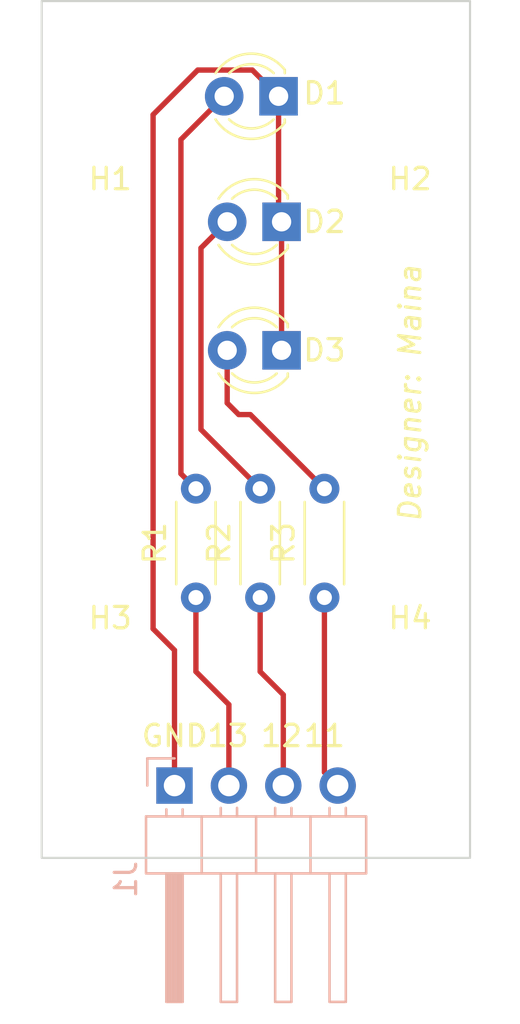
<source format=kicad_pcb>
(kicad_pcb (version 20211014) (generator pcbnew)
  (layers (0 "F.Cu" signal) (31 "B.Cu" signal) (34 "B.Paste" user) (35 "F.Paste" user) (36 "B.SilkS" user "B.Silkscreen") (37 "F.SilkS" user "F.Silkscreen") (38 "B.Mask" user) (39 "F.Mask" user) (44 "Edge.Cuts" user))
  (net 0 "")
  (net 1 "Net-(D1-Pad1)")
  (net 2 "Net-(D1-Pad2)")
  (net 3 "Net-(D2-Pad2)")
  (net 4 "Net-(D3-Pad2)")
  (net 5 "Net-(J1-Pad2)")
  (net 6 "Net-(J1-Pad3)")
  (net 7 "Net-(J1-Pad4)")
  (footprint "Resistor_THT:R_Axial_DIN0204_L3.6mm_D1.6mm_P5.08mm_Horizontal" (layer "F.Cu") (at 145 99.54 90)
    (fp_text reference "R2" (at 2.54 -1.92 90) (layer "F.SilkS"))
    (fp_text value "R")
    (fp_line (start 0.62 -0.92) (end 4.46 -0.92) (layer "F.SilkS") (width 0.12))
    (fp_line (start 0.62 0.92) (end 4.46 0.92) (layer "F.SilkS") (width 0.12))
    (pad "1" thru_hole circle (at 0 0 90) (size 1.4 1.4) (drill 0.7) (layers *.Cu *.Mask) (net 6 "Net-(J1-Pad3)"))
    (pad "2" thru_hole oval (at 5.08 0 90) (size 1.4 1.4) (drill 0.7) (layers *.Cu *.Mask) (net 3 "Net-(D2-Pad2)"))
  )
  (footprint "LED_THT:LED_D3.0mm" (layer "F.Cu") (at 146 88 180)
    (fp_text reference "D3" (at -2 0) (layer "F.SilkS"))
    (fp_text value "LED")
    (fp_line (start -0.29 1.08) (end -0.29 1.236) (layer "F.SilkS") (width 0.12))
    (fp_line (start -0.29 -1.236) (end -0.29 -1.08) (layer "F.SilkS") (width 0.12))
    (fp_arc (start -0.29 -1.235516) (mid 1.366487 -1.987659) (end 2.942335 -1.078608) (layer "F.SilkS") (width 0.12))
    (fp_arc (start 0.229039 -1.08) (mid 1.270117 -1.5) (end 2.31113 -1.079837) (layer "F.SilkS") (width 0.12))
    (fp_arc (start 2.942335 1.078608) (mid 1.366487 1.987659) (end -0.29 1.235516) (layer "F.SilkS") (width 0.12))
    (fp_arc (start 2.31113 1.079837) (mid 1.270117 1.5) (end 0.229039 1.08) (layer "F.SilkS") (width 0.12))
    (pad "1" thru_hole rect (at 0 0 180) (size 1.8 1.8) (drill 0.9) (layers *.Cu *.Mask) (net 1 "Net-(D1-Pad1)"))
    (pad "2" thru_hole circle (at 2.54 0 180) (size 1.8 1.8) (drill 0.9) (layers *.Cu *.Mask) (net 4 "Net-(D3-Pad2)"))
  )
  (footprint "Resistor_THT:R_Axial_DIN0204_L3.6mm_D1.6mm_P5.08mm_Horizontal" (layer "F.Cu") (at 142 99.54 90)
    (fp_text reference "R1" (at 2.54 -1.92 90) (layer "F.SilkS"))
    (fp_text value "R")
    (fp_line (start 0.62 0.92) (end 4.46 0.92) (layer "F.SilkS") (width 0.12))
    (fp_line (start 0.62 -0.92) (end 4.46 -0.92) (layer "F.SilkS") (width 0.12))
    (pad "1" thru_hole circle (at 0 0 90) (size 1.4 1.4) (drill 0.7) (layers *.Cu *.Mask) (net 5 "Net-(J1-Pad2)"))
    (pad "2" thru_hole oval (at 5.08 0 90) (size 1.4 1.4) (drill 0.7) (layers *.Cu *.Mask) (net 2 "Net-(D1-Pad2)"))
  )
  (footprint "MountingHole:MountingHole_2.5mm" (layer "F.Cu") (at 152 75)
    (fp_text reference "H2" (at 0 5) (layer "F.SilkS"))
    (fp_text value "MountingHole")
    (pad "" np_thru_hole circle (at 0 0) (size 2.5 2.5) (drill 2.5) (layers *.Cu *.Mask))
  )
  (footprint "LED_THT:LED_D3.0mm" (layer "F.Cu") (at 145.86 76.14 180)
    (fp_text reference "D1" (at -2.14 0.14) (layer "F.SilkS"))
    (fp_text value "LED")
    (fp_line (start -0.29 -1.236) (end -0.29 -1.08) (layer "F.SilkS") (width 0.12))
    (fp_line (start -0.29 1.08) (end -0.29 1.236) (layer "F.SilkS") (width 0.12))
    (fp_arc (start 0.229039 -1.08) (mid 1.270117 -1.5) (end 2.31113 -1.079837) (layer "F.SilkS") (width 0.12))
    (fp_arc (start 2.942335 1.078608) (mid 1.366487 1.987659) (end -0.29 1.235516) (layer "F.SilkS") (width 0.12))
    (fp_arc (start -0.29 -1.235516) (mid 1.366487 -1.987659) (end 2.942335 -1.078608) (layer "F.SilkS") (width 0.12))
    (fp_arc (start 2.31113 1.079837) (mid 1.270117 1.5) (end 0.229039 1.08) (layer "F.SilkS") (width 0.12))
    (pad "1" thru_hole rect (at 0 0 180) (size 1.8 1.8) (drill 0.9) (layers *.Cu *.Mask) (net 1 "Net-(D1-Pad1)"))
    (pad "2" thru_hole circle (at 2.54 0 180) (size 1.8 1.8) (drill 0.9) (layers *.Cu *.Mask) (net 2 "Net-(D1-Pad2)"))
  )
  (footprint "MountingHole:MountingHole_2.5mm" (layer "F.Cu") (at 138 104)
    (fp_text reference "H3" (at 0 -3.5) (layer "F.SilkS"))
    (fp_text value "MountingHole")
    (pad "" np_thru_hole circle (at 0 0) (size 2.5 2.5) (drill 2.5) (layers *.Cu *.Mask))
  )
  (footprint "MountingHole:MountingHole_2.5mm" (layer "F.Cu") (at 152 104)
    (fp_text reference "H4" (at 0 -3.5) (layer "F.SilkS"))
    (fp_text value "MountingHole")
    (pad "" np_thru_hole circle (at 0 0) (size 2.5 2.5) (drill 2.5) (layers *.Cu *.Mask))
  )
  (footprint "MountingHole:MountingHole_2.5mm" (layer "F.Cu") (at 138 75)
    (fp_text reference "H1" (at 0 5) (layer "F.SilkS"))
    (fp_text value "MountingHole")
    (pad "" np_thru_hole circle (at 0 0) (size 2.5 2.5) (drill 2.5) (layers *.Cu *.Mask))
  )
  (footprint "Resistor_THT:R_Axial_DIN0204_L3.6mm_D1.6mm_P5.08mm_Horizontal" (layer "F.Cu") (at 148 99.54 90)
    (fp_text reference "R3" (at 2.54 -1.92 90) (layer "F.SilkS"))
    (fp_text value "R")
    (fp_line (start 0.62 0.92) (end 4.46 0.92) (layer "F.SilkS") (width 0.12))
    (fp_line (start 0.62 -0.92) (end 4.46 -0.92) (layer "F.SilkS") (width 0.12))
    (pad "1" thru_hole circle (at 0 0 90) (size 1.4 1.4) (drill 0.7) (layers *.Cu *.Mask) (net 7 "Net-(J1-Pad4)"))
    (pad "2" thru_hole oval (at 5.08 0 90) (size 1.4 1.4) (drill 0.7) (layers *.Cu *.Mask) (net 4 "Net-(D3-Pad2)"))
  )
  (footprint "LED_THT:LED_D3.0mm" (layer "F.Cu") (at 146 82 180)
    (fp_text reference "D2" (at -2 0) (layer "F.SilkS"))
    (fp_text value "LED")
    (fp_line (start -0.29 -1.236) (end -0.29 -1.08) (layer "F.SilkS") (width 0.12))
    (fp_line (start -0.29 1.08) (end -0.29 1.236) (layer "F.SilkS") (width 0.12))
    (fp_arc (start 2.942335 1.078608) (mid 1.366487 1.987659) (end -0.29 1.235516) (layer "F.SilkS") (width 0.12))
    (fp_arc (start -0.29 -1.235516) (mid 1.366487 -1.987659) (end 2.942335 -1.078608) (layer "F.SilkS") (width 0.12))
    (fp_arc (start 0.229039 -1.08) (mid 1.270117 -1.5) (end 2.31113 -1.079837) (layer "F.SilkS") (width 0.12))
    (fp_arc (start 2.31113 1.079837) (mid 1.270117 1.5) (end 0.229039 1.08) (layer "F.SilkS") (width 0.12))
    (pad "1" thru_hole rect (at 0 0 180) (size 1.8 1.8) (drill 0.9) (layers *.Cu *.Mask) (net 1 "Net-(D1-Pad1)"))
    (pad "2" thru_hole circle (at 2.54 0 180) (size 1.8 1.8) (drill 0.9) (layers *.Cu *.Mask) (net 3 "Net-(D2-Pad2)"))
  )
  (footprint "Connector_PinHeader_2.54mm:PinHeader_1x04_P2.54mm_Horizontal" (layer "B.Cu") (at 141 108.32 -90)
    (fp_text reference "J1" (at 4.385 2.27 90) (layer "B.SilkS") (effects (justify mirror)))
    (fp_text value "Conn_01x04_Male")
    (fp_line (start 1.042929 -5.46) (end 1.44 -5.46) (layer "B.SilkS") (width 0.12))
    (fp_line (start 1.44 1.33) (end 1.44 -8.95) (layer "B.SilkS") (width 0.12))
    (fp_line (start 1.042929 -2.16) (end 1.44 -2.16) (layer "B.SilkS") (width 0.12))
    (fp_line (start 4.1 -0.28) (end 10.1 -0.28) (layer "B.SilkS") (width 0.12))
    (fp_line (start 1.44 -6.35) (end 4.1 -6.35) (layer "B.SilkS") (width 0.12))
    (fp_line (start 1.042929 -4.7) (end 1.44 -4.7) (layer "B.SilkS") (width 0.12))
    (fp_line (start 4.1 0.08) (end 10.1 0.08) (layer "B.SilkS") (width 0.12))
    (fp_line (start 10.1 -0.38) (end 4.1 -0.38) (layer "B.SilkS") (width 0.12))
    (fp_line (start 1.11 -0.38) (end 1.44 -0.38) (layer "B.SilkS") (width 0.12))
    (fp_line (start 1.042929 -2.92) (end 1.44 -2.92) (layer "B.SilkS") (width 0.12))
    (fp_line (start 1.11 0.38) (end 1.44 0.38) (layer "B.SilkS") (width 0.12))
    (fp_line (start 4.1 0.2) (end 10.1 0.2) (layer "B.SilkS") (width 0.12))
    (fp_line (start 10.1 -2.16) (end 10.1 -2.92) (layer "B.SilkS") (width 0.12))
    (fp_line (start 10.1 -4.7) (end 10.1 -5.46) (layer "B.SilkS") (width 0.12))
    (fp_line (start 4.1 1.33) (end 1.44 1.33) (layer "B.SilkS") (width 0.12))
    (fp_line (start 4.1 -4.7) (end 10.1 -4.7) (layer "B.SilkS") (width 0.12))
    (fp_line (start -1.27 1.27) (end 0 1.27) (layer "B.SilkS") (width 0.12))
    (fp_line (start -1.27 0) (end -1.27 1.27) (layer "B.SilkS") (width 0.12))
    (fp_line (start 4.1 -0.04) (end 10.1 -0.04) (layer "B.SilkS") (width 0.12))
    (fp_line (start 1.44 -1.27) (end 4.1 -1.27) (layer "B.SilkS") (width 0.12))
    (fp_line (start 4.1 0.32) (end 10.1 0.32) (layer "B.SilkS") (width 0.12))
    (fp_line (start 1.44 -3.81) (end 4.1 -3.81) (layer "B.SilkS") (width 0.12))
    (fp_line (start 10.1 -5.46) (end 4.1 -5.46) (layer "B.SilkS") (width 0.12))
    (fp_line (start 10.1 0.38) (end 10.1 -0.38) (layer "B.SilkS") (width 0.12))
    (fp_line (start 4.1 -8.95) (end 4.1 1.33) (layer "B.SilkS") (width 0.12))
    (fp_line (start 1.042929 -7.24) (end 1.44 -7.24) (layer "B.SilkS") (width 0.12))
    (fp_line (start 4.1 0.38) (end 10.1 0.38) (layer "B.SilkS") (width 0.12))
    (fp_line (start 4.1 -0.16) (end 10.1 -0.16) (layer "B.SilkS") (width 0.12))
    (fp_line (start 1.44 -8.95) (end 4.1 -8.95) (layer "B.SilkS") (width 0.12))
    (fp_line (start 4.1 -7.24) (end 10.1 -7.24) (layer "B.SilkS") (width 0.12))
    (fp_line (start 4.1 -2.16) (end 10.1 -2.16) (layer "B.SilkS") (width 0.12))
    (fp_line (start 10.1 -8) (end 4.1 -8) (layer "B.SilkS") (width 0.12))
    (fp_line (start 10.1 -7.24) (end 10.1 -8) (layer "B.SilkS") (width 0.12))
    (fp_line (start 1.042929 -8) (end 1.44 -8) (layer "B.SilkS") (width 0.12))
    (fp_line (start 10.1 -2.92) (end 4.1 -2.92) (layer "B.SilkS") (width 0.12))
    (pad "1" thru_hole rect (at 0 0 270) (size 1.7 1.7) (drill 1) (layers *.Cu *.Mask) (net 1 "Net-(D1-Pad1)"))
    (pad "2" thru_hole oval (at 0 -2.54 270) (size 1.7 1.7) (drill 1) (layers *.Cu *.Mask) (net 5 "Net-(J1-Pad2)"))
    (pad "3" thru_hole oval (at 0 -5.08 270) (size 1.7 1.7) (drill 1) (layers *.Cu *.Mask) (net 6 "Net-(J1-Pad3)"))
    (pad "4" thru_hole oval (at 0 -7.62 270) (size 1.7 1.7) (drill 1) (layers *.Cu *.Mask) (net 7 "Net-(J1-Pad4)"))
  )
  (gr_poly (pts (xy 154.8 111.695) (xy 134.8 111.695) (xy 134.8 71.695) (xy 154.8 71.695)) (layer "Edge.Cuts") (width 0.1) (fill none))
  (gr_text "D13\n" (at 143 106) (layer "F.SilkS") (effects (font (size 1 1))))
  (gr_text "11" (at 148 106) (layer "F.SilkS") (effects (font (size 1 1))))
  (gr_text "12" (at 146 106) (layer "F.SilkS") (effects (font (size 1 1))))
  (gr_text "GND" (at 141 106) (layer "F.SilkS") (effects (font (size 1 1))))
  (gr_text "Designer: Maina" (at 152 90 90) (layer "F.SilkS") (effects (font (size 1 1) (thickness 0.15) italic)))
  (segment (start 141 102) (end 141 108.32) (width 0.25) (layer "F.Cu") (net 1))
  (segment (start 145.86 76.14) (end 145.86 81.86) (width 0.25) (layer "F.Cu") (net 1))
  (segment (start 145.86 76.14) (end 144.635489 74.915489) (width 0.25) (layer "F.Cu") (net 1))
  (segment (start 140 101) (end 141 102) (width 0.25) (layer "F.Cu") (net 1))
  (segment (start 144.635489 74.915489) (end 142.084511 74.915489) (width 0.25) (layer "F.Cu") (net 1))
  (segment (start 145.86 81.86) (end 146 82) (width 0.25) (layer "F.Cu") (net 1))
  (segment (start 140 77) (end 140 101) (width 0.25) (layer "F.Cu") (net 1))
  (segment (start 142.084511 74.915489) (end 140 77) (width 0.25) (layer "F.Cu") (net 1))
  (segment (start 146 82) (end 146 88) (width 0.25) (layer "F.Cu") (net 1))
  (segment (start 141.3 78.16) (end 141.3 93.76) (width 0.25) (layer "F.Cu") (net 2))
  (segment (start 141.3 93.76) (end 142 94.46) (width 0.25) (layer "F.Cu") (net 2))
  (segment (start 143.32 76.14) (end 141.3 78.16) (width 0.25) (layer "F.Cu") (net 2))
  (segment (start 143.46 82) (end 142.235489 83.224511) (width 0.25) (layer "F.Cu") (net 3))
  (segment (start 142.235489 83.224511) (end 142.235489 91.695489) (width 0.25) (layer "F.Cu") (net 3))
  (segment (start 142.235489 91.695489) (end 145 94.46) (width 0.25) (layer "F.Cu") (net 3))
  (segment (start 144.54 91) (end 148 94.46) (width 0.25) (layer "F.Cu") (net 4))
  (segment (start 143.46 88) (end 143.46 90.46) (width 0.25) (layer "F.Cu") (net 4))
  (segment (start 143.46 90.46) (end 144 91) (width 0.25) (layer "F.Cu") (net 4))
  (segment (start 144 91) (end 144.54 91) (width 0.25) (layer "F.Cu") (net 4))
  (segment (start 143.54 104.54) (end 143.54 108.32) (width 0.25) (layer "F.Cu") (net 5))
  (segment (start 142 103) (end 143.54 104.54) (width 0.25) (layer "F.Cu") (net 5))
  (segment (start 142 99.54) (end 142 103) (width 0.25) (layer "F.Cu") (net 5))
  (segment (start 145 103) (end 146.08 104.08) (width 0.25) (layer "F.Cu") (net 6))
  (segment (start 146.08 104.08) (end 146.08 108.32) (width 0.25) (layer "F.Cu") (net 6))
  (segment (start 145 99.54) (end 145 103) (width 0.25) (layer "F.Cu") (net 6))
  (segment (start 148 107.7) (end 148.62 108.32) (width 0.25) (layer "F.Cu") (net 7))
  (segment (start 148 99.54) (end 148 107.7) (width 0.25) (layer "F.Cu") (net 7))
)
</source>
